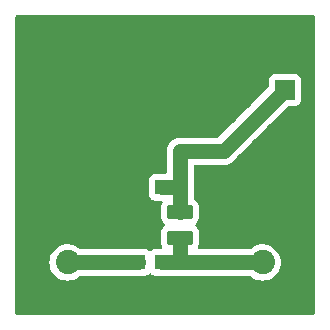
<source format=gbr>
%TF.GenerationSoftware,KiCad,Pcbnew,7.0.11-7.0.11~ubuntu22.04.1*%
%TF.CreationDate,2025-05-22T12:56:19-05:00*%
%TF.ProjectId,hf_bias_tee,68665f62-6961-4735-9f74-65652e6b6963,-*%
%TF.SameCoordinates,Original*%
%TF.FileFunction,Copper,L1,Top*%
%TF.FilePolarity,Positive*%
%FSLAX46Y46*%
G04 Gerber Fmt 4.6, Leading zero omitted, Abs format (unit mm)*
G04 Created by KiCad (PCBNEW 7.0.11-7.0.11~ubuntu22.04.1) date 2025-05-22 12:56:19*
%MOMM*%
%LPD*%
G01*
G04 APERTURE LIST*
G04 Aperture macros list*
%AMRoundRect*
0 Rectangle with rounded corners*
0 $1 Rounding radius*
0 $2 $3 $4 $5 $6 $7 $8 $9 X,Y pos of 4 corners*
0 Add a 4 corners polygon primitive as box body*
4,1,4,$2,$3,$4,$5,$6,$7,$8,$9,$2,$3,0*
0 Add four circle primitives for the rounded corners*
1,1,$1+$1,$2,$3*
1,1,$1+$1,$4,$5*
1,1,$1+$1,$6,$7*
1,1,$1+$1,$8,$9*
0 Add four rect primitives between the rounded corners*
20,1,$1+$1,$2,$3,$4,$5,0*
20,1,$1+$1,$4,$5,$6,$7,0*
20,1,$1+$1,$6,$7,$8,$9,0*
20,1,$1+$1,$8,$9,$2,$3,0*%
G04 Aperture macros list end*
%TA.AperFunction,SMDPad,CuDef*%
%ADD10R,1.200000X1.200000*%
%TD*%
%TA.AperFunction,ComponentPad*%
%ADD11C,2.050000*%
%TD*%
%TA.AperFunction,ComponentPad*%
%ADD12C,2.250000*%
%TD*%
%TA.AperFunction,ComponentPad*%
%ADD13R,1.700000X1.700000*%
%TD*%
%TA.AperFunction,ComponentPad*%
%ADD14O,1.700000X1.700000*%
%TD*%
%TA.AperFunction,SMDPad,CuDef*%
%ADD15RoundRect,0.250000X-0.850000X0.375000X-0.850000X-0.375000X0.850000X-0.375000X0.850000X0.375000X0*%
%TD*%
%TA.AperFunction,ComponentPad*%
%ADD16C,0.700000*%
%TD*%
%TA.AperFunction,ComponentPad*%
%ADD17C,4.400000*%
%TD*%
%TA.AperFunction,ViaPad*%
%ADD18C,0.508000*%
%TD*%
%TA.AperFunction,Conductor*%
%ADD19C,1.270000*%
%TD*%
G04 APERTURE END LIST*
D10*
%TO.P,C1,1*%
%TO.N,Net-(C1-Pad1)*%
X133130000Y-103505000D03*
%TO.P,C1,2*%
%TO.N,Net-(C1-Pad2)*%
X131030000Y-103505000D03*
%TD*%
%TO.P,C2,1*%
%TO.N,Net-(J4-Pad1)*%
X133130000Y-97155000D03*
%TO.P,C2,2*%
%TO.N,GND*%
X131030000Y-97155000D03*
%TD*%
D11*
%TO.P,J1,1*%
%TO.N,Net-(C1-Pad2)*%
X125095000Y-103505000D03*
D12*
%TO.P,J1,2*%
%TO.N,GND*%
X122555000Y-100965000D03*
X122555000Y-106045000D03*
X127635000Y-100965000D03*
X127635000Y-106045000D03*
%TD*%
D11*
%TO.P,J2,1*%
%TO.N,Net-(C1-Pad1)*%
X141605000Y-103505000D03*
D12*
%TO.P,J2,2*%
%TO.N,GND*%
X139065000Y-100965000D03*
X139065000Y-106045000D03*
X144145000Y-100965000D03*
X144145000Y-106045000D03*
%TD*%
D13*
%TO.P,J4,1*%
%TO.N,Net-(J4-Pad1)*%
X143510000Y-88900000D03*
D14*
%TO.P,J4,2*%
%TO.N,GND*%
X143510000Y-86360000D03*
%TD*%
D15*
%TO.P,L1,1*%
%TO.N,Net-(J4-Pad1)*%
X134620000Y-99255000D03*
%TO.P,L1,2*%
%TO.N,Net-(C1-Pad1)*%
X134620000Y-101405000D03*
%TD*%
D16*
%TO.P,H1,1*%
%TO.N,GND*%
X122175000Y-95250000D03*
X122658274Y-94083274D03*
X122658274Y-96416726D03*
X123825000Y-93600000D03*
D17*
X123825000Y-95250000D03*
D16*
X123825000Y-96900000D03*
X124991726Y-94083274D03*
X124991726Y-96416726D03*
X125475000Y-95250000D03*
%TD*%
%TO.P,H2,1*%
%TO.N,GND*%
X141225000Y-95250000D03*
X141708274Y-94083274D03*
X141708274Y-96416726D03*
X142875000Y-93600000D03*
D17*
X142875000Y-95250000D03*
D16*
X142875000Y-96900000D03*
X144041726Y-94083274D03*
X144041726Y-96416726D03*
X144525000Y-95250000D03*
%TD*%
D18*
%TO.N,GND*%
X129540000Y-101600000D03*
X129540000Y-105410000D03*
X130810000Y-105410000D03*
X132080000Y-105410000D03*
X133350000Y-105410000D03*
X134620000Y-105410000D03*
X135890000Y-105410000D03*
X137160000Y-105410000D03*
X137160000Y-101600000D03*
X130810000Y-98425000D03*
X132080000Y-99060000D03*
X132080000Y-100330000D03*
X137160000Y-100330000D03*
X137160000Y-99060000D03*
X136525000Y-98425000D03*
X129540000Y-98425000D03*
X129540000Y-97155000D03*
X129540000Y-95885000D03*
X136525000Y-95885000D03*
X136525000Y-97155000D03*
X130810000Y-95885000D03*
X137795000Y-95885000D03*
X139065000Y-95885000D03*
X139700000Y-94615000D03*
X138430000Y-92075000D03*
X140970000Y-93345000D03*
X142240000Y-92075000D03*
X143510000Y-91440000D03*
X144780000Y-91440000D03*
X139065000Y-91440000D03*
X139700000Y-90805000D03*
X140335000Y-90170000D03*
X140335000Y-88900000D03*
X140335000Y-87630000D03*
X140335000Y-86360000D03*
X140335000Y-85090000D03*
X140970000Y-83820000D03*
X143510000Y-83820000D03*
X142240000Y-83820000D03*
X144780000Y-83820000D03*
X137160000Y-92075000D03*
X121920000Y-92710000D03*
X144780000Y-92710000D03*
X121920000Y-99060000D03*
X121920000Y-97790000D03*
X144780000Y-97790000D03*
X144780000Y-99060000D03*
X135128000Y-92075000D03*
X125857000Y-92710000D03*
X133985000Y-92075000D03*
X132842000Y-92710000D03*
X132842000Y-94615000D03*
X125730000Y-97790000D03*
X131953000Y-95885000D03*
X132080000Y-101600000D03*
X132842000Y-95504000D03*
X140970000Y-97536000D03*
X132842000Y-93599000D03*
X136144000Y-92075000D03*
X130810000Y-101600000D03*
%TD*%
D19*
%TO.N,Net-(J4-Pad1)*%
X134620000Y-99255000D02*
X134620000Y-97917000D01*
X134620000Y-97917000D02*
X134620000Y-97155000D01*
X138303000Y-94107000D02*
X134620000Y-94107000D01*
X143510000Y-88900000D02*
X138303000Y-94107000D01*
X134620000Y-94107000D02*
X134620000Y-97917000D01*
%TO.N,Net-(C1-Pad1)*%
X134620000Y-103505000D02*
X141605000Y-103505000D01*
X134620000Y-101405000D02*
X134620000Y-103505000D01*
X134620000Y-103505000D02*
X133130000Y-103505000D01*
%TO.N,Net-(C1-Pad2)*%
X125095000Y-103505000D02*
X131030000Y-103505000D01*
%TO.N,Net-(J4-Pad1)*%
X133130000Y-97155000D02*
X134620000Y-97155000D01*
%TD*%
%TA.AperFunction,Conductor*%
%TO.N,GND*%
G36*
X145966621Y-82595502D02*
G01*
X146013114Y-82649158D01*
X146024500Y-82701500D01*
X146024500Y-107798500D01*
X146004498Y-107866621D01*
X145950842Y-107913114D01*
X145898500Y-107924500D01*
X120801500Y-107924500D01*
X120733379Y-107904498D01*
X120686886Y-107850842D01*
X120675500Y-107798500D01*
X120675500Y-103505000D01*
X123556758Y-103505000D01*
X123575696Y-103745633D01*
X123632044Y-103980341D01*
X123632045Y-103980343D01*
X123724416Y-104203347D01*
X123850536Y-104409156D01*
X124007299Y-104592701D01*
X124190844Y-104749464D01*
X124396653Y-104875584D01*
X124619657Y-104967955D01*
X124854366Y-105024304D01*
X125095000Y-105043242D01*
X125335634Y-105024304D01*
X125570343Y-104967955D01*
X125793347Y-104875584D01*
X125999156Y-104749464D01*
X126082022Y-104678688D01*
X126146812Y-104649658D01*
X126163853Y-104648500D01*
X131082872Y-104648500D01*
X131146128Y-104642638D01*
X131241018Y-104633845D01*
X131295618Y-104618309D01*
X131330099Y-104613500D01*
X131678632Y-104613500D01*
X131678638Y-104613500D01*
X131678645Y-104613499D01*
X131678649Y-104613499D01*
X131739196Y-104606990D01*
X131739199Y-104606989D01*
X131739201Y-104606989D01*
X131876204Y-104555889D01*
X131993261Y-104468261D01*
X131993260Y-104468261D01*
X132000475Y-104462861D01*
X132001820Y-104464657D01*
X132053217Y-104436592D01*
X132124032Y-104441657D01*
X132158712Y-104463945D01*
X132159525Y-104462861D01*
X132283792Y-104555887D01*
X132283794Y-104555888D01*
X132283796Y-104555889D01*
X132342875Y-104577924D01*
X132420795Y-104606988D01*
X132420803Y-104606990D01*
X132481350Y-104613499D01*
X132481355Y-104613499D01*
X132481362Y-104613500D01*
X132829901Y-104613500D01*
X132864381Y-104618309D01*
X132918982Y-104633845D01*
X132986760Y-104640125D01*
X133077128Y-104648500D01*
X133077132Y-104648500D01*
X134514039Y-104648500D01*
X134567132Y-104648500D01*
X140536147Y-104648500D01*
X140604268Y-104668502D01*
X140617974Y-104678686D01*
X140700844Y-104749464D01*
X140906653Y-104875584D01*
X141129657Y-104967955D01*
X141364366Y-105024304D01*
X141605000Y-105043242D01*
X141845634Y-105024304D01*
X142080343Y-104967955D01*
X142303347Y-104875584D01*
X142509156Y-104749464D01*
X142692701Y-104592701D01*
X142849464Y-104409156D01*
X142975584Y-104203347D01*
X143067955Y-103980343D01*
X143124304Y-103745634D01*
X143143242Y-103505000D01*
X143124304Y-103264366D01*
X143067955Y-103029657D01*
X142975584Y-102806653D01*
X142849464Y-102600844D01*
X142692701Y-102417299D01*
X142509156Y-102260536D01*
X142303347Y-102134416D01*
X142226870Y-102102738D01*
X142080341Y-102042044D01*
X141919783Y-102003497D01*
X141845634Y-101985696D01*
X141605000Y-101966758D01*
X141364366Y-101985696D01*
X141129658Y-102042044D01*
X140906654Y-102134415D01*
X140700845Y-102260535D01*
X140617978Y-102331311D01*
X140553188Y-102360342D01*
X140536147Y-102361500D01*
X136228267Y-102361500D01*
X136160146Y-102341498D01*
X136113653Y-102287842D01*
X136103549Y-102217568D01*
X136121026Y-102169353D01*
X136162115Y-102102738D01*
X136217887Y-101934426D01*
X136228500Y-101830545D01*
X136228499Y-100979456D01*
X136217887Y-100875574D01*
X136162115Y-100707262D01*
X136069030Y-100556348D01*
X136069029Y-100556347D01*
X136069024Y-100556341D01*
X135943654Y-100430971D01*
X135940956Y-100428838D01*
X135939584Y-100426901D01*
X135938463Y-100425780D01*
X135938654Y-100425588D01*
X135899925Y-100370899D01*
X135896733Y-100299974D01*
X135932392Y-100238582D01*
X135940956Y-100231162D01*
X135943649Y-100229031D01*
X135943652Y-100229030D01*
X136069030Y-100103652D01*
X136162115Y-99952738D01*
X136217887Y-99784426D01*
X136228500Y-99680545D01*
X136228499Y-98829456D01*
X136217887Y-98725574D01*
X136162115Y-98557262D01*
X136069030Y-98406348D01*
X136069029Y-98406347D01*
X136069024Y-98406341D01*
X135943658Y-98280975D01*
X135943652Y-98280970D01*
X135904771Y-98256988D01*
X135823352Y-98206768D01*
X135775875Y-98153983D01*
X135763500Y-98099528D01*
X135763500Y-95376500D01*
X135783502Y-95308379D01*
X135837158Y-95261886D01*
X135889500Y-95250500D01*
X138273668Y-95250500D01*
X138279487Y-95250634D01*
X138356037Y-95254173D01*
X138431937Y-95243585D01*
X138437708Y-95242917D01*
X138514012Y-95235846D01*
X138514014Y-95235845D01*
X138514018Y-95235845D01*
X138531180Y-95230961D01*
X138548248Y-95227361D01*
X138565927Y-95224896D01*
X138638652Y-95200519D01*
X138644119Y-95198827D01*
X138717850Y-95177850D01*
X138733820Y-95169896D01*
X138749943Y-95163218D01*
X138766862Y-95157549D01*
X138833839Y-95120241D01*
X138838911Y-95117567D01*
X138907554Y-95083389D01*
X138921800Y-95072630D01*
X138936413Y-95063108D01*
X138952002Y-95054426D01*
X139010971Y-95005457D01*
X139015521Y-95001855D01*
X139076665Y-94955682D01*
X139076666Y-94955680D01*
X139076671Y-94955677D01*
X139128328Y-94899010D01*
X139132306Y-94894845D01*
X143731748Y-90295405D01*
X143794060Y-90261379D01*
X143820843Y-90258500D01*
X144408632Y-90258500D01*
X144408638Y-90258500D01*
X144408645Y-90258499D01*
X144408649Y-90258499D01*
X144469196Y-90251990D01*
X144469199Y-90251989D01*
X144469201Y-90251989D01*
X144606204Y-90200889D01*
X144723261Y-90113261D01*
X144810889Y-89996204D01*
X144861989Y-89859201D01*
X144868500Y-89798638D01*
X144868500Y-88001362D01*
X144868499Y-88001350D01*
X144861990Y-87940803D01*
X144861988Y-87940795D01*
X144810889Y-87803797D01*
X144810887Y-87803792D01*
X144723261Y-87686738D01*
X144606207Y-87599112D01*
X144606202Y-87599110D01*
X144469204Y-87548011D01*
X144469196Y-87548009D01*
X144408649Y-87541500D01*
X144408638Y-87541500D01*
X142611362Y-87541500D01*
X142611350Y-87541500D01*
X142550803Y-87548009D01*
X142550795Y-87548011D01*
X142413797Y-87599110D01*
X142413792Y-87599112D01*
X142296738Y-87686738D01*
X142209112Y-87803792D01*
X142209110Y-87803797D01*
X142158011Y-87940795D01*
X142158009Y-87940803D01*
X142151500Y-88001350D01*
X142151500Y-88589157D01*
X142131498Y-88657278D01*
X142114595Y-88678252D01*
X137866252Y-92926595D01*
X137803940Y-92960621D01*
X137777157Y-92963500D01*
X134514037Y-92963500D01*
X134467563Y-92972186D01*
X134456042Y-92973793D01*
X134408986Y-92978154D01*
X134408982Y-92978154D01*
X134408982Y-92978155D01*
X134363513Y-92991091D01*
X134352193Y-92993753D01*
X134305728Y-93002439D01*
X134305727Y-93002439D01*
X134261639Y-93019518D01*
X134250609Y-93023214D01*
X134205159Y-93036146D01*
X134205150Y-93036149D01*
X134162833Y-93057220D01*
X134152191Y-93061919D01*
X134108120Y-93078992D01*
X134108108Y-93078998D01*
X134067921Y-93103880D01*
X134057759Y-93109541D01*
X134015443Y-93130612D01*
X134015441Y-93130613D01*
X133977722Y-93159097D01*
X133968126Y-93165671D01*
X133927936Y-93190556D01*
X133892999Y-93222404D01*
X133884053Y-93229832D01*
X133846328Y-93258322D01*
X133814481Y-93293256D01*
X133806256Y-93301481D01*
X133771322Y-93333328D01*
X133742832Y-93371053D01*
X133735404Y-93379999D01*
X133703556Y-93414936D01*
X133678671Y-93455126D01*
X133672097Y-93464722D01*
X133643613Y-93502441D01*
X133643612Y-93502443D01*
X133622541Y-93544759D01*
X133616880Y-93554921D01*
X133591998Y-93595108D01*
X133591992Y-93595120D01*
X133574919Y-93639191D01*
X133570220Y-93649833D01*
X133549149Y-93692150D01*
X133549146Y-93692159D01*
X133536214Y-93737609D01*
X133532518Y-93748639D01*
X133515439Y-93792727D01*
X133515439Y-93792728D01*
X133506753Y-93839193D01*
X133504090Y-93850519D01*
X133491154Y-93895986D01*
X133486793Y-93943042D01*
X133485186Y-93954563D01*
X133476500Y-94001037D01*
X133476500Y-95885500D01*
X133456498Y-95953621D01*
X133402842Y-96000114D01*
X133350500Y-96011500D01*
X133077128Y-96011500D01*
X132918987Y-96026154D01*
X132918983Y-96026154D01*
X132864382Y-96041690D01*
X132829901Y-96046500D01*
X132481350Y-96046500D01*
X132420803Y-96053009D01*
X132420795Y-96053011D01*
X132283797Y-96104110D01*
X132283792Y-96104112D01*
X132166738Y-96191738D01*
X132079112Y-96308792D01*
X132079110Y-96308797D01*
X132028011Y-96445795D01*
X132028009Y-96445803D01*
X132021500Y-96506350D01*
X132021500Y-96850126D01*
X132019355Y-96873278D01*
X131986500Y-97049040D01*
X131986500Y-97260959D01*
X132019355Y-97436721D01*
X132021500Y-97459873D01*
X132021500Y-97803649D01*
X132028009Y-97864196D01*
X132028011Y-97864204D01*
X132079110Y-98001202D01*
X132079112Y-98001207D01*
X132166738Y-98118261D01*
X132283792Y-98205887D01*
X132283794Y-98205888D01*
X132283796Y-98205889D01*
X132342875Y-98227924D01*
X132420795Y-98256988D01*
X132420803Y-98256990D01*
X132481350Y-98263499D01*
X132481355Y-98263499D01*
X132481362Y-98263500D01*
X132829901Y-98263500D01*
X132864381Y-98268309D01*
X132918982Y-98283845D01*
X133026583Y-98293815D01*
X133092564Y-98320016D01*
X133133908Y-98377732D01*
X133137485Y-98448639D01*
X133122195Y-98485423D01*
X133077886Y-98557260D01*
X133022113Y-98725572D01*
X133022112Y-98725579D01*
X133011500Y-98829446D01*
X133011500Y-99680544D01*
X133022112Y-99784425D01*
X133077885Y-99952738D01*
X133170970Y-100103652D01*
X133170975Y-100103658D01*
X133296344Y-100229027D01*
X133299049Y-100231166D01*
X133300421Y-100233104D01*
X133301537Y-100234220D01*
X133301346Y-100234410D01*
X133340076Y-100289108D01*
X133343264Y-100360033D01*
X133307602Y-100421423D01*
X133299049Y-100428834D01*
X133296344Y-100430972D01*
X133170975Y-100556341D01*
X133170970Y-100556347D01*
X133077885Y-100707262D01*
X133022113Y-100875572D01*
X133022112Y-100875579D01*
X133011500Y-100979446D01*
X133011500Y-101830544D01*
X133022112Y-101934425D01*
X133077885Y-102102738D01*
X133122195Y-102174575D01*
X133140932Y-102243055D01*
X133119673Y-102310793D01*
X133065165Y-102356285D01*
X133026580Y-102366184D01*
X132918987Y-102376154D01*
X132918983Y-102376154D01*
X132864382Y-102391690D01*
X132829901Y-102396500D01*
X132481350Y-102396500D01*
X132420803Y-102403009D01*
X132420795Y-102403011D01*
X132283797Y-102454110D01*
X132283792Y-102454112D01*
X132159525Y-102547139D01*
X132158179Y-102545342D01*
X132106783Y-102573408D01*
X132035968Y-102568343D01*
X132001287Y-102546054D01*
X132000475Y-102547139D01*
X131876207Y-102454112D01*
X131876202Y-102454110D01*
X131739204Y-102403011D01*
X131739196Y-102403009D01*
X131678649Y-102396500D01*
X131678638Y-102396500D01*
X131330099Y-102396500D01*
X131295618Y-102391690D01*
X131241014Y-102376154D01*
X131082872Y-102361500D01*
X131082868Y-102361500D01*
X126163853Y-102361500D01*
X126095732Y-102341498D01*
X126082022Y-102331311D01*
X126057999Y-102310793D01*
X125999156Y-102260536D01*
X125793347Y-102134416D01*
X125716870Y-102102738D01*
X125570341Y-102042044D01*
X125409783Y-102003497D01*
X125335634Y-101985696D01*
X125095000Y-101966758D01*
X124854366Y-101985696D01*
X124619658Y-102042044D01*
X124396654Y-102134415D01*
X124190845Y-102260535D01*
X124007299Y-102417299D01*
X123850535Y-102600845D01*
X123724415Y-102806654D01*
X123632044Y-103029658D01*
X123575696Y-103264366D01*
X123556758Y-103505000D01*
X120675500Y-103505000D01*
X120675500Y-82701500D01*
X120695502Y-82633379D01*
X120749158Y-82586886D01*
X120801500Y-82575500D01*
X145898500Y-82575500D01*
X145966621Y-82595502D01*
G37*
%TD.AperFunction*%
%TD*%
M02*

</source>
